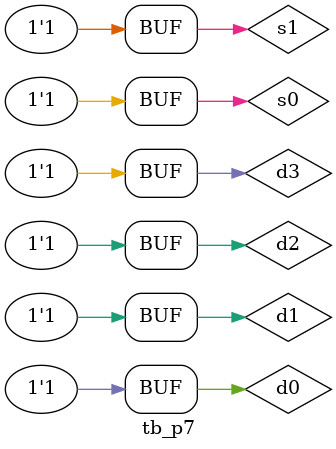
<source format=v>
module tb_p7();
  reg s1, s0, d3, d2, d1, d0;
  wire op1,op2,op3,op4,op5;
  
  // Initialize MUX's of all coding styles
  mux1 uut1(op1, s1, s0, d3, d2, d1, d0);
  mux2 uut2(op2, s1, s0, d3, d2, d1, d0);
  mux3 uut3(op3, s1, s0, d3, d2, d1, d0);
  mux4 uut4(op4, s1, s0, d3, d2, d1, d0);
  mux5 uut5(op5, s1, s0, d3, d2, d1, d0);
  
  initial 
    begin
		d0 = 0;
        d1 = 0;
        d2 = 0;
        d3 = 0;
		
        s1 = 0;
		s0 = 0;
		#10;
        d0 = 1;
        #10;
        s1 = 0;
        s0 = 1;
        #10
        d1 = 1;
        #10;
        s1 = 1;
        s0 = 0;
        #10;
        d2 = 1;
        #10;
        s1 = 1;
        s0 = 1;
        #10;
        d3 = 1;
	end
    
    // Display MUXes output for all cases
    initial begin
        $monitor("d3=%b d2=%b d1=%b d0=%b s1=%b s0=%b\nop1=%b op2=%b op3=%b op4=%b op5=%b\n--------",d3,d2,d1,d0,s1,s0,op1,op2,op3,op4,op5);
    end
endmodule
</source>
